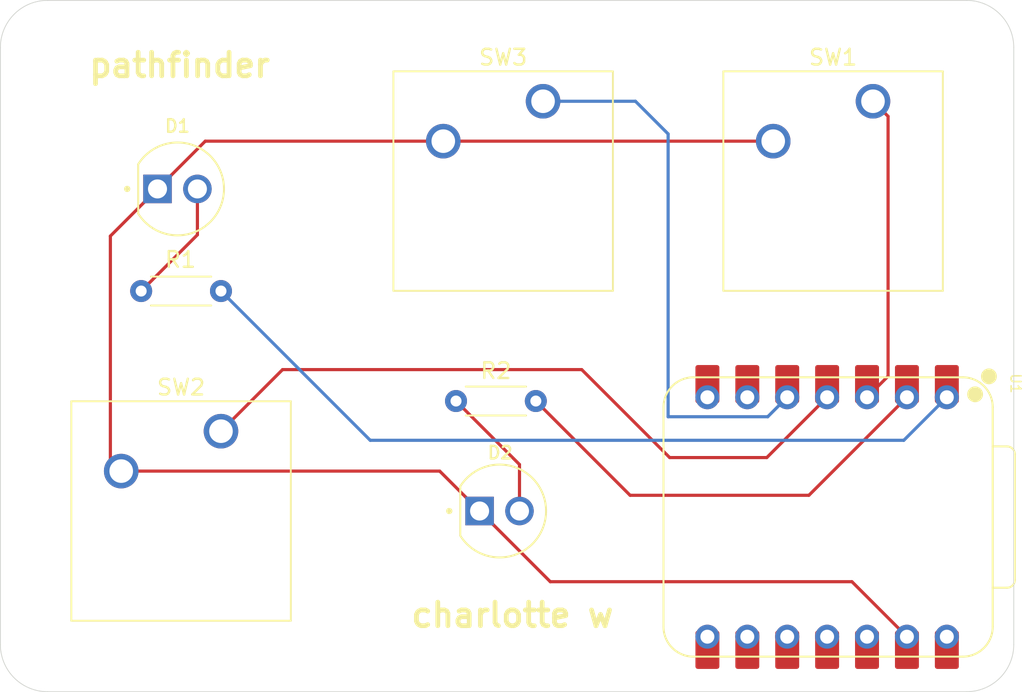
<source format=kicad_pcb>
(kicad_pcb (version 20241229) (generator "pcbnew") (generator_version "9.0")
  (layers (0 "F.Cu" signal) (2 "B.Cu" signal) (13 "F.Paste" user) (15 "B.Paste" user) (5 "F.SilkS" user "F.Silkscreen") (7 "B.SilkS" user "B.Silkscreen") (1 "F.Mask" user) (3 "B.Mask" user) (25 "Edge.Cuts" user))
  (net 0 "")
  (net 1 "GND")
  (net 2 "Net-(D1-PadA)")
  (net 3 "Net-(D2-PadA)")
  (net 4 "LED1")
  (net 5 "LED2")
  (net 6 "SW1")
  (net 7 "SW2")
  (net 8 "SW3")
  (footprint "footprints:LEDRD254W57D500H1070" (layer "F.Cu") (at 188.27 100)
    (property "Reference" "D1" (at 0 -4 0) (layer "F.SilkS") (effects (font (size 0.8 0.8))))
    (property "Value" "L08R5000Q1")
    (fp_line (start -2.5 -1.566) (end -2.5 1.566) (stroke (width 0.127)) (layer "F.SilkS"))
    (fp_arc (start -2.5 -1.566) (mid 2.961291 0) (end -2.5 1.566) (stroke (width 0.127)) (layer "F.SilkS"))
    (fp_circle (center -3.2 0) (end -3.1 0) (stroke (width 0.2)) (fill no) (layer "F.SilkS"))
    (pad "A" thru_hole circle (at 1.27 0) (size 1.815 1.815) (drill 1.21) (layers "*.Cu" "*.Mask") (net 2 "Net-(D1-PadA)"))
    (pad "C" thru_hole rect (at -1.27 0) (size 1.815 1.815) (drill 1.21) (layers "*.Cu" "*.Mask") (net 1 "GND"))
  )
  (footprint "Resistor_THT:R_Axial_DIN0204_L3.6mm_D1.6mm_P5.08mm_Horizontal" (layer "F.Cu") (at 206 113.5)
    (property "Reference" "R2" (at 2.54 -1.92 0) (layer "F.SilkS"))
    (property "Value" "R")
    (fp_line (start 0.62 -0.92) (end 4.46 -0.92) (stroke (width 0.12)) (layer "F.SilkS"))
    (fp_line (start 0.62 0.92) (end 4.46 0.92) (stroke (width 0.12)) (layer "F.SilkS"))
    (pad "1" thru_hole circle (at 0 0) (size 1.4 1.4) (drill 0.7) (layers "*.Cu" "*.Mask") (net 3 "Net-(D2-PadA)"))
    (pad "2" thru_hole circle (at 5.08 0) (size 1.4 1.4) (drill 0.7) (layers "*.Cu" "*.Mask") (net 5 "LED2"))
  )
  (footprint "Resistor_THT:R_Axial_DIN0204_L3.6mm_D1.6mm_P5.08mm_Horizontal" (layer "F.Cu") (at 185.96 106.5)
    (property "Reference" "R1" (at 2.5 -2 0) (layer "F.SilkS"))
    (property "Value" "R")
    (fp_line (start 0.62 -0.92) (end 4.46 -0.92) (stroke (width 0.12)) (layer "F.SilkS"))
    (fp_line (start 0.62 0.92) (end 4.46 0.92) (stroke (width 0.12)) (layer "F.SilkS"))
    (pad "1" thru_hole circle (at 0 0) (size 1.4 1.4) (drill 0.7) (layers "*.Cu" "*.Mask") (net 2 "Net-(D1-PadA)"))
    (pad "2" thru_hole circle (at 5.08 0) (size 1.4 1.4) (drill 0.7) (layers "*.Cu" "*.Mask") (net 4 "LED1"))
  )
  (footprint "kicad things:XIAO-RP2040-DIP" (layer "F.Cu") (at 229.62 120.88 -90)
    (property "Reference" "U1" (at -8.5 -12 270) (layer "F.SilkS") (effects (font (size 0.635 0.635) (thickness 0.1016))))
    (property "Value" "XIAO-RP2040-DIP")
    (fp_line (start -6.985 10.414) (end 6.985 10.414) (stroke (width 0.127)) (layer "F.SilkS"))
    (fp_line (start -8.89 8.509) (end -8.89 -8.636) (stroke (width 0.127)) (layer "F.SilkS"))
    (fp_line (start 8.89 8.509) (end 8.89 -8.636) (stroke (width 0.127)) (layer "F.SilkS"))
    (fp_line (start -4.495 -10.541) (end -4.491272 -11.451272) (stroke (width 0.127)) (layer "F.SilkS"))
    (fp_line (start 6.985 -10.541) (end -6.985 -10.541) (stroke (width 0.1)) (layer "F.SilkS"))
    (fp_line (start 6.985 -10.541) (end -6.985 -10.541) (stroke (width 0.127)) (layer "F.SilkS"))
    (fp_line (start 4.504 -11.451) (end 4.504 -10.541) (stroke (width 0.127)) (layer "F.SilkS"))
    (fp_line (start -3.991272 -11.951) (end 4.004 -11.951) (stroke (width 0.127)) (layer "F.SilkS"))
    (fp_arc (start -6.985 10.414) (mid -8.332038 9.856038) (end -8.89 8.509) (stroke (width 0.127)) (layer "F.SilkS"))
    (fp_arc (start 8.89 8.509) (mid 8.332038 9.856038) (end 6.985 10.414) (stroke (width 0.127)) (layer "F.SilkS"))
    (fp_arc (start -8.89 -8.636) (mid -8.332038 -9.983038) (end -6.985 -10.541) (stroke (width 0.127)) (layer "F.SilkS"))
    (fp_arc (start 6.985 -10.541) (mid 8.332038 -9.983038) (end 8.89 -8.636) (stroke (width 0.127)) (layer "F.SilkS"))
    (fp_arc (start -4.491272 -11.451272) (mid -4.344728 -11.80464) (end -3.991272 -11.951) (stroke (width 0.127)) (layer "F.SilkS"))
    (fp_arc (start 4.004 -11.951) (mid 4.357553 -11.804553) (end 4.504 -11.451) (stroke (width 0.127)) (layer "F.SilkS"))
    (fp_circle (center -7.807 -9.42) (end -7.807 -9.674) (stroke (width 0.5)) (fill yes) (layer "F.SilkS"))
    (fp_circle (center -8.95 -10.3) (end -8.95 -10.554) (stroke (width 0.5)) (fill yes) (layer "F.SilkS"))
    (pad "1" smd roundrect (at -8.455 -7.62 90) (size 2.432 1.524) (layers "F.Cu" "F.Mask") (roundrect_rratio 0.1) (net 4 "LED1"))
    (pad "1" thru_hole circle (at -7.62 -7.62 90) (size 1.524 1.524) (drill 0.889) (layers "*.Cu" "*.Mask") (net 4 "LED1"))
    (pad "2" smd roundrect (at -8.455 -5.08 90) (size 2.432 1.524) (layers "F.Cu" "F.Mask") (roundrect_rratio 0.1) (net 5 "LED2"))
    (pad "2" thru_hole circle (at -7.62 -5.08 90) (size 1.524 1.524) (drill 0.889) (layers "*.Cu" "*.Mask") (net 5 "LED2"))
    (pad "3" smd roundrect (at -8.455 -2.54 90) (size 2.432 1.524) (layers "F.Cu" "F.Mask") (roundrect_rratio 0.1) (net 6 "SW1"))
    (pad "3" thru_hole circle (at -7.62 -2.54 90) (size 1.524 1.524) (drill 0.889) (layers "*.Cu" "*.Mask") (net 6 "SW1"))
    (pad "4" smd roundrect (at -8.455 0 90) (size 2.432 1.524) (layers "F.Cu" "F.Mask") (roundrect_rratio 0.1) (net 7 "SW2"))
    (pad "4" thru_hole circle (at -7.62 0 90) (size 1.524 1.524) (drill 0.889) (layers "*.Cu" "*.Mask") (net 7 "SW2"))
    (pad "5" smd roundrect (at -8.455 2.54 90) (size 2.432 1.524) (layers "F.Cu" "F.Mask") (roundrect_rratio 0.1) (net 8 "SW3"))
    (pad "5" thru_hole circle (at -7.62 2.54 90) (size 1.524 1.524) (drill 0.889) (layers "*.Cu" "*.Mask") (net 8 "SW3"))
    (pad "6" smd roundrect (at -8.455 5.08 90) (size 2.432 1.524) (layers "F.Cu" "F.Mask") (roundrect_rratio 0.1))
    (pad "6" thru_hole circle (at -7.62 5.08 90) (size 1.524 1.524) (drill 0.889) (layers "*.Cu" "*.Mask"))
    (pad "7" smd roundrect (at -8.455 7.62 90) (size 2.432 1.524) (layers "F.Cu" "F.Mask") (roundrect_rratio 0.1))
    (pad "7" thru_hole circle (at -7.62 7.62 90) (size 1.524 1.524) (drill 0.889) (layers "*.Cu" "*.Mask"))
    (pad "8" thru_hole circle (at 7.62 7.62 270) (size 1.524 1.524) (drill 0.889) (layers "*.Cu" "*.Mask"))
    (pad "8" smd roundrect (at 8.455 7.62 270) (size 2.432 1.524) (layers "F.Cu" "F.Mask") (roundrect_rratio 0.1))
    (pad "9" thru_hole circle (at 7.62 5.08 270) (size 1.524 1.524) (drill 0.889) (layers "*.Cu" "*.Mask"))
    (pad "9" smd roundrect (at 8.455 5.08 270) (size 2.432 1.524) (layers "F.Cu" "F.Mask") (roundrect_rratio 0.1))
    (pad "10" thru_hole circle (at 7.62 2.54 270) (size 1.524 1.524) (drill 0.889) (layers "*.Cu" "*.Mask"))
    (pad "10" smd roundrect (at 8.455 2.54 270) (size 2.432 1.524) (layers "F.Cu" "F.Mask") (roundrect_rratio 0.1))
    (pad "11" thru_hole circle (at 7.62 0 270) (size 1.524 1.524) (drill 0.889) (layers "*.Cu" "*.Mask"))
    (pad "11" smd roundrect (at 8.455 0 270) (size 2.432 1.524) (layers "F.Cu" "F.Mask") (roundrect_rratio 0.1))
    (pad "12" thru_hole circle (at 7.62 -2.54 270) (size 1.524 1.524) (drill 0.889) (layers "*.Cu" "*.Mask"))
    (pad "12" smd roundrect (at 8.455 -2.54 270) (size 2.432 1.524) (layers "F.Cu" "F.Mask") (roundrect_rratio 0.1))
    (pad "13" thru_hole circle (at 7.62 -5.08 270) (size 1.524 1.524) (drill 0.889) (layers "*.Cu" "*.Mask") (net 1 "GND"))
    (pad "13" smd roundrect (at 8.455 -5.08 270) (size 2.432 1.524) (layers "F.Cu" "F.Mask") (roundrect_rratio 0.1) (net 1 "GND"))
    (pad "14" thru_hole circle (at 7.62 -7.62 270) (size 1.524 1.524) (drill 0.889) (layers "*.Cu" "*.Mask"))
    (pad "14" smd roundrect (at 8.455 -7.62 270) (size 2.432 1.524) (layers "F.Cu" "F.Mask") (roundrect_rratio 0.1))
  )
  (footprint "Button_Switch_Keyboard:SW_Cherry_MX_1.00u_PCB" (layer "F.Cu") (at 211.54 94.42)
    (property "Reference" "SW3" (at -2.54 -2.794 0) (layer "F.SilkS"))
    (property "Value" "SW_Push")
    (fp_line (start -9.525 -1.905) (end 4.445 -1.905) (stroke (width 0.12)) (layer "F.SilkS"))
    (fp_line (start -9.525 12.065) (end -9.525 -1.905) (stroke (width 0.12)) (layer "F.SilkS"))
    (fp_line (start 4.445 -1.905) (end 4.445 12.065) (stroke (width 0.12)) (layer "F.SilkS"))
    (fp_line (start 4.445 12.065) (end -9.525 12.065) (stroke (width 0.12)) (layer "F.SilkS"))
    (pad "" np_thru_hole circle (at -7.62 5.08) (size 1.7 1.7) (drill 1.7) (layers "*.Cu" "*.Mask"))
    (pad "" np_thru_hole circle (at -2.54 5.08) (size 4 4) (drill 4) (layers "*.Cu" "*.Mask"))
    (pad "" np_thru_hole circle (at 2.54 5.08) (size 1.7 1.7) (drill 1.7) (layers "*.Cu" "*.Mask"))
    (pad "1" thru_hole circle (at 0 0) (size 2.2 2.2) (drill 1.5) (layers "*.Cu" "*.Mask") (net 8 "SW3"))
    (pad "2" thru_hole circle (at -6.35 2.54) (size 2.2 2.2) (drill 1.5) (layers "*.Cu" "*.Mask") (net 1 "GND"))
  )
  (footprint "Button_Switch_Keyboard:SW_Cherry_MX_1.00u_PCB" (layer "F.Cu") (at 232.54 94.42)
    (property "Reference" "SW1" (at -2.54 -2.794 0) (layer "F.SilkS"))
    (property "Value" "SW_Push")
    (fp_line (start -9.525 -1.905) (end 4.445 -1.905) (stroke (width 0.12)) (layer "F.SilkS"))
    (fp_line (start -9.525 12.065) (end -9.525 -1.905) (stroke (width 0.12)) (layer "F.SilkS"))
    (fp_line (start 4.445 -1.905) (end 4.445 12.065) (stroke (width 0.12)) (layer "F.SilkS"))
    (fp_line (start 4.445 12.065) (end -9.525 12.065) (stroke (width 0.12)) (layer "F.SilkS"))
    (pad "" np_thru_hole circle (at -7.62 5.08) (size 1.7 1.7) (drill 1.7) (layers "*.Cu" "*.Mask"))
    (pad "" np_thru_hole circle (at -2.54 5.08) (size 4 4) (drill 4) (layers "*.Cu" "*.Mask"))
    (pad "" np_thru_hole circle (at 2.54 5.08) (size 1.7 1.7) (drill 1.7) (layers "*.Cu" "*.Mask"))
    (pad "1" thru_hole circle (at 0 0) (size 2.2 2.2) (drill 1.5) (layers "*.Cu" "*.Mask") (net 6 "SW1"))
    (pad "2" thru_hole circle (at -6.35 2.54) (size 2.2 2.2) (drill 1.5) (layers "*.Cu" "*.Mask") (net 1 "GND"))
  )
  (footprint "Button_Switch_Keyboard:SW_Cherry_MX_1.00u_PCB" (layer "F.Cu") (at 191.04 115.42)
    (property "Reference" "SW2" (at -2.54 -2.794 0) (layer "F.SilkS"))
    (property "Value" "SW_Push")
    (fp_line (start -9.525 -1.905) (end 4.445 -1.905) (stroke (width 0.12)) (layer "F.SilkS"))
    (fp_line (start -9.525 12.065) (end -9.525 -1.905) (stroke (width 0.12)) (layer "F.SilkS"))
    (fp_line (start 4.445 -1.905) (end 4.445 12.065) (stroke (width 0.12)) (layer "F.SilkS"))
    (fp_line (start 4.445 12.065) (end -9.525 12.065) (stroke (width 0.12)) (layer "F.SilkS"))
    (pad "" np_thru_hole circle (at -7.62 5.08) (size 1.7 1.7) (drill 1.7) (layers "*.Cu" "*.Mask"))
    (pad "" np_thru_hole circle (at -2.54 5.08) (size 4 4) (drill 4) (layers "*.Cu" "*.Mask"))
    (pad "" np_thru_hole circle (at 2.54 5.08) (size 1.7 1.7) (drill 1.7) (layers "*.Cu" "*.Mask"))
    (pad "1" thru_hole circle (at 0 0) (size 2.2 2.2) (drill 1.5) (layers "*.Cu" "*.Mask") (net 7 "SW2"))
    (pad "2" thru_hole circle (at -6.35 2.54) (size 2.2 2.2) (drill 1.5) (layers "*.Cu" "*.Mask") (net 1 "GND"))
  )
  (footprint "footprints:LEDRD254W57D500H1070" (layer "F.Cu") (at 208.77 120.5)
    (property "Reference" "D2" (at 0.04 -3.708 0) (layer "F.SilkS") (effects (font (size 0.8 0.8))))
    (property "Value" "L08R5000Q1")
    (fp_line (start -2.5 -1.566) (end -2.5 1.566) (stroke (width 0.127)) (layer "F.SilkS"))
    (fp_arc (start -2.5 -1.566) (mid 2.961291 0) (end -2.5 1.566) (stroke (width 0.127)) (layer "F.SilkS"))
    (fp_circle (center -3.2 0) (end -3.1 0) (stroke (width 0.2)) (fill no) (layer "F.SilkS"))
    (pad "A" thru_hole circle (at 1.27 0) (size 1.815 1.815) (drill 1.21) (layers "*.Cu" "*.Mask") (net 3 "Net-(D2-PadA)"))
    (pad "C" thru_hole rect (at -1.27 0) (size 1.815 1.815) (drill 1.21) (layers "*.Cu" "*.Mask") (net 1 "GND"))
  )
  (gr_line (start 238.5 132) (end 180 132) (stroke (width 0.05)) (layer "Edge.Cuts"))
  (gr_line (start 241.5 91) (end 241.5 129) (stroke (width 0.05)) (layer "Edge.Cuts"))
  (gr_arc (start 241.5 129) (mid 240.62132 131.12132) (end 238.5 132) (stroke (width 0.05)) (layer "Edge.Cuts"))
  (gr_line (start 177 129) (end 177 91) (stroke (width 0.05)) (layer "Edge.Cuts"))
  (gr_line (start 180 88) (end 238.5 88) (stroke (width 0.05)) (layer "Edge.Cuts"))
  (gr_arc (start 180 132) (mid 177.87868 131.12132) (end 177 129) (stroke (width 0.05)) (layer "Edge.Cuts"))
  (gr_arc (start 238.5 88) (mid 240.62132 88.87868) (end 241.5 91) (stroke (width 0.05)) (layer "Edge.Cuts"))
  (gr_arc (start 177 91) (mid 177.87868 88.87868) (end 180 88) (stroke (width 0.05)) (layer "Edge.Cuts"))
  (gr_text "charlotte w" (at 203 128 0) (layer "F.SilkS") (effects (font (size 1.5 1.5) (thickness 0.3) (bold yes)) (justify left bottom)))
  (gr_text "pathfinder" (at 182.5 93 0) (layer "F.SilkS") (effects (font (size 1.5 1.5) (thickness 0.3) (bold yes)) (justify left bottom)))
  (segment (start 205.19 96.96) (end 226.19 96.96) (width 0.2) (layer "F.Cu") (net 1))
  (segment (start 207.5 120.5) (end 204.96 117.96) (width 0.2) (layer "F.Cu") (net 1))
  (segment (start 184 117.27) (end 184.69 117.96) (width 0.2) (layer "F.Cu") (net 1))
  (segment (start 184 103) (end 184 117.27) (width 0.2) (layer "F.Cu") (net 1))
  (segment (start 231.2 125) (end 234.7 128.5) (width 0.2) (layer "F.Cu") (net 1))
  (segment (start 187 100) (end 184 103) (width 0.2) (layer "F.Cu") (net 1))
  (segment (start 207.5 120.5) (end 212 125) (width 0.2) (layer "F.Cu") (net 1))
  (segment (start 207.5 120.5) (end 207 121) (width 0.2) (layer "F.Cu") (net 1))
  (segment (start 212 125) (end 231.2 125) (width 0.2) (layer "F.Cu") (net 1))
  (segment (start 190.04 96.96) (end 205.19 96.96) (width 0.2) (layer "F.Cu") (net 1))
  (segment (start 204.96 117.96) (end 184.69 117.96) (width 0.2) (layer "F.Cu") (net 1))
  (segment (start 187 100) (end 190.04 96.96) (width 0.2) (layer "F.Cu") (net 1))
  (segment (start 189.54 100) (end 189.54 102.92) (width 0.2) (layer "F.Cu") (net 2))
  (segment (start 189.54 100) (end 189.5 100) (width 0.2) (layer "F.Cu") (net 2))
  (segment (start 189.54 102.92) (end 185.96 106.5) (width 0.2) (layer "F.Cu") (net 2))
  (segment (start 210.04 117.54) (end 206 113.5) (width 0.2) (layer "F.Cu") (net 3))
  (segment (start 210.04 120.5) (end 210.04 117.54) (width 0.2) (layer "F.Cu") (net 3))
  (segment (start 234.5 116) (end 237.24 113.26) (width 0.2) (layer "B.Cu") (net 4))
  (segment (start 200.54 116) (end 234.5 116) (width 0.2) (layer "B.Cu") (net 4))
  (segment (start 191.04 106.5) (end 200.54 116) (width 0.2) (layer "B.Cu") (net 4))
  (segment (start 217.08 119.5) (end 228.46 119.5) (width 0.2) (layer "F.Cu") (net 5))
  (segment (start 211.08 113.5) (end 217.08 119.5) (width 0.2) (layer "F.Cu") (net 5))
  (segment (start 228.46 119.5) (end 234.7 113.26) (width 0.2) (layer "F.Cu") (net 5))
  (segment (start 232.54 94.42) (end 233.5 95.38) (width 0.2) (layer "F.Cu") (net 6))
  (segment (start 233.5 95.38) (end 233.5 111.92) (width 0.2) (layer "F.Cu") (net 6))
  (segment (start 233.5 111.92) (end 232.16 113.26) (width 0.2) (layer "F.Cu") (net 6))
  (segment (start 194.961 111.499) (end 213.999 111.499) (width 0.2) (layer "F.Cu") (net 7))
  (segment (start 219.599 117.099) (end 225.781 117.099) (width 0.2) (layer "F.Cu") (net 7))
  (segment (start 191.04 115.42) (end 194.961 111.499) (width 0.2) (layer "F.Cu") (net 7))
  (segment (start 225.781 117.099) (end 229.62 113.26) (width 0.2) (layer "F.Cu") (net 7))
  (segment (start 213.999 111.499) (end 219.599 117.099) (width 0.2) (layer "F.Cu") (net 7))
  (segment (start 227.591 112.749) (end 227.08 113.26) (width 0.2) (layer "F.Cu") (net 8))
  (segment (start 219.5 96.5) (end 219.5 114.5) (width 0.2) (layer "B.Cu") (net 8))
  (segment (start 225.84 114.5) (end 227.08 113.26) (width 0.2) (layer "B.Cu") (net 8))
  (segment (start 219.5 114.5) (end 225.84 114.5) (width 0.2) (layer "B.Cu") (net 8))
  (segment (start 217.42 94.42) (end 219.5 96.5) (width 0.2) (layer "B.Cu") (net 8))
  (segment (start 211.54 94.42) (end 217.42 94.42) (width 0.2) (layer "B.Cu") (net 8))
)
</source>
